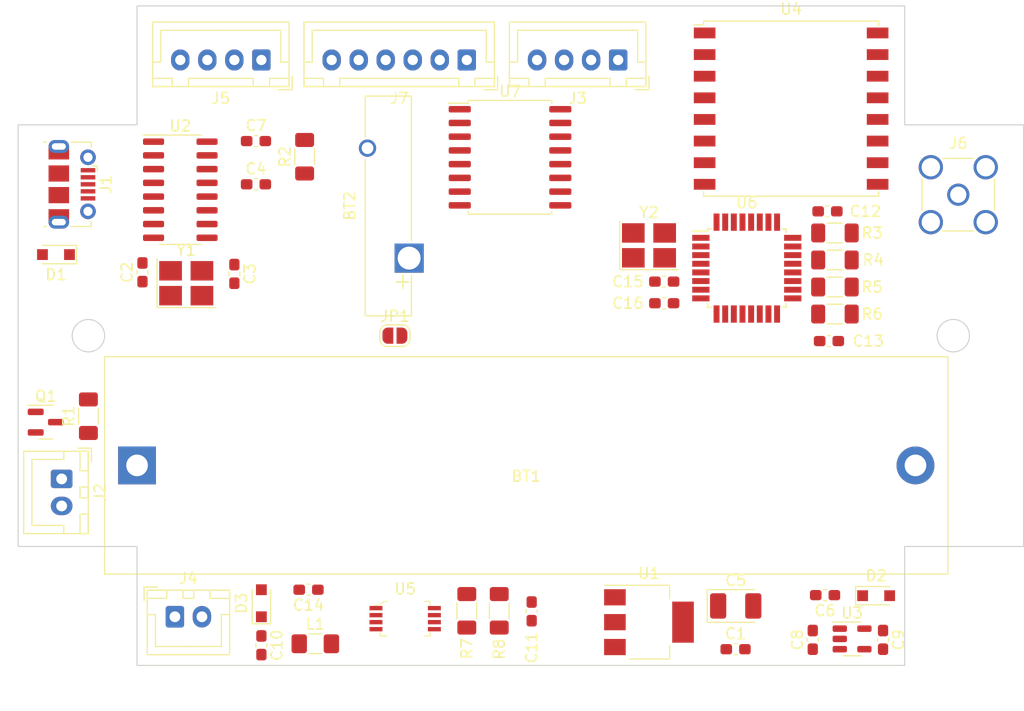
<source format=kicad_pcb>
(kicad_pcb (version 20211014) (generator pcbnew)
  (layers (0 "F.Cu" signal) (31 "B.Cu" signal) (34 "B.Paste" user) (35 "F.Paste" user) (36 "B.SilkS" user "B.Silkscreen") (37 "F.SilkS" user "F.Silkscreen") (38 "B.Mask" user) (39 "F.Mask" user) (44 "Edge.Cuts" user))
  (net 0 "")
  (net 1 "+5V")
  (net 2 "Earth")
  (net 3 "Net-(C2-Pad1)")
  (net 4 "Net-(C3-Pad1)")
  (net 5 "+3V3")
  (net 6 "Net-(D1-Pad2)")
  (net 7 "USB-D-")
  (net 8 "USB-D+")
  (net 10 "Net-(J2-Pad2)")
  (net 11 "Net-(J6-Pad1)")
  (net 12 "Net-(Q1-Pad1)")
  (net 13 "DTR")
  (net 19 "Lora_DIO0")
  (net 20 "Lora_RST")
  (net 21 "Lora_DIO1")
  (net 22 "Lora_SCK")
  (net 27 "Lora_MISO")
  (net 28 "Lora_MOSI")
  (net 29 "Lora_NSS")
  (net 30 "+BATT")
  (net 31 "Net-(BT2-Pad1)")
  (net 32 "AT-RST")
  (net 33 "Net-(C8-Pad1)")
  (net 34 "+3.3VA")
  (net 35 "Net-(C11-Pad1)")
  (net 36 "Net-(C12-Pad1)")
  (net 37 "Net-(C13-Pad1)")
  (net 38 "Net-(C15-Pad1)")
  (net 39 "Net-(C16-Pad1)")
  (net 40 "Net-(D3-Pad2)")
  (net 41 "SCL")
  (net 42 "SDA")
  (net 43 "TX")
  (net 44 "RX")
  (net 45 "SPI_SS")
  (net 46 "Net-(L1-Pad2)")
  (net 48 "DO_POWERON")
  (net 51 "CLOCK_INT")
  (footprint "Package_SO:SOIC-16_3.9x9.9mm_P1.27mm" (layer "F.Cu") (at 129 43)
    (fp_text reference "U2" (at 0 -5.9) (layer "F.SilkS"))
    (fp_text value "CH340G")
    (pad "1" smd roundrect (at -2.475 -4.445) (size 1.95 0.6) (layers "F.Cu" "F.Paste" "F.Mask") (net 2 "Earth"))
    (pad "2" smd roundrect (at -2.475 -3.175) (size 1.95 0.6) (layers "F.Cu" "F.Paste" "F.Mask") (net 44 "RX"))
    (pad "3" smd roundrect (at -2.475 -1.905) (size 1.95 0.6) (layers "F.Cu" "F.Paste" "F.Mask") (net 43 "TX"))
    (pad "4" smd roundrect (at -2.475 -0.635) (size 1.95 0.6) (layers "F.Cu" "F.Paste" "F.Mask") (net 5 "+3V3"))
    (pad "5" smd roundrect (at -2.475 0.635) (size 1.95 0.6) (layers "F.Cu" "F.Paste" "F.Mask") (net 8 "USB-D+"))
    (pad "6" smd roundrect (at -2.475 1.905) (size 1.95 0.6) (layers "F.Cu" "F.Paste" "F.Mask") (net 7 "USB-D-"))
    (pad "7" smd roundrect (at -2.475 3.175) (size 1.95 0.6) (layers "F.Cu" "F.Paste" "F.Mask") (net 3 "Net-(C2-Pad1)"))
    (pad "8" smd roundrect (at -2.475 4.445) (size 1.95 0.6) (layers "F.Cu" "F.Paste" "F.Mask") (net 4 "Net-(C3-Pad1)"))
    (pad "9" smd roundrect (at 2.475 4.445) (size 1.95 0.6) (layers "F.Cu" "F.Paste" "F.Mask"))
    (pad "10" smd roundrect (at 2.475 3.175) (size 1.95 0.6) (layers "F.Cu" "F.Paste" "F.Mask"))
    (pad "11" smd roundrect (at 2.475 1.905) (size 1.95 0.6) (layers "F.Cu" "F.Paste" "F.Mask"))
    (pad "12" smd roundrect (at 2.475 0.635) (size 1.95 0.6) (layers "F.Cu" "F.Paste" "F.Mask"))
    (pad "13" smd roundrect (at 2.475 -0.635) (size 1.95 0.6) (layers "F.Cu" "F.Paste" "F.Mask") (net 13 "DTR"))
    (pad "14" smd roundrect (at 2.475 -1.905) (size 1.95 0.6) (layers "F.Cu" "F.Paste" "F.Mask"))
    (pad "15" smd roundrect (at 2.475 -3.175) (size 1.95 0.6) (layers "F.Cu" "F.Paste" "F.Mask"))
    (pad "16" smd roundrect (at 2.475 -4.445) (size 1.95 0.6) (layers "F.Cu" "F.Paste" "F.Mask") (net 5 "+3V3"))
  )
  (footprint "Resistor_SMD:R_1206_3216Metric_Pad1.30x1.75mm_HandSolder" (layer "F.Cu") (at 158.5 81.95 90)
    (fp_text reference "R8" (at -3.55 0 90) (layer "F.SilkS"))
    (fp_text value "430k, 0,1%")
    (pad "1" smd roundrect (at -1.55 0 90) (size 1.3 1.75) (layers "F.Cu" "F.Paste" "F.Mask") (roundrect_rratio 0.192308) (net 35 "Net-(C11-Pad1)"))
    (pad "2" smd roundrect (at 1.55 0 90) (size 1.3 1.75) (layers "F.Cu" "F.Paste" "F.Mask") (roundrect_rratio 0.192308) (net 2 "Earth"))
  )
  (footprint "Connector_JST:JST_XH_B2B-XH-A_1x02_P2.50mm_Vertical" (layer "F.Cu") (at 128.5 82.5)
    (fp_text reference "J4" (at 1.25 -3.55) (layer "F.SilkS"))
    (fp_text value "Solar")
    (pad "1" thru_hole roundrect (at 0 0) (size 1.7 2) (drill 1) (layers *.Cu *.Mask) (roundrect_rratio 0.147059) (net 2 "Earth"))
    (pad "2" thru_hole oval (at 2.5 0) (size 1.7 2) (drill 1) (layers *.Cu *.Mask) (net 40 "Net-(D3-Pad2)"))
  )
  (footprint "Connector_JST:JST_XH_B6B-XH-A_1x06_P2.50mm_Vertical" (layer "F.Cu") (at 155.5 31 180)
    (fp_text reference "J7" (at 6.25 -3.55) (layer "F.SilkS"))
    (fp_text value "Conn_01x06")
    (pad "1" thru_hole roundrect (at 0 0 180) (size 1.7 1.95) (drill 0.95) (layers *.Cu *.Mask) (roundrect_rratio 0.147059) (net 45 "SPI_SS"))
    (pad "2" thru_hole oval (at 2.5 0 180) (size 1.7 1.95) (drill 0.95) (layers *.Cu *.Mask) (net 22 "Lora_SCK"))
    (pad "3" thru_hole oval (at 5 0 180) (size 1.7 1.95) (drill 0.95) (layers *.Cu *.Mask) (net 28 "Lora_MOSI"))
    (pad "4" thru_hole oval (at 7.5 0 180) (size 1.7 1.95) (drill 0.95) (layers *.Cu *.Mask) (net 27 "Lora_MISO"))
    (pad "5" thru_hole oval (at 10 0 180) (size 1.7 1.95) (drill 0.95) (layers *.Cu *.Mask) (net 2 "Earth"))
    (pad "6" thru_hole oval (at 12.5 0 180) (size 1.7 1.95) (drill 0.95) (layers *.Cu *.Mask) (net 34 "+3.3VA"))
  )
  (footprint "Connector_JST:JST_XH_B4B-XH-A_1x04_P2.50mm_Vertical" (layer "F.Cu") (at 136.5 31 180)
    (fp_text reference "J5" (at 3.75 -3.55) (layer "F.SilkS"))
    (fp_text value "RXTX+Power")
    (pad "1" thru_hole roundrect (at 0 0 180) (size 1.7 1.95) (drill 0.95) (layers *.Cu *.Mask) (roundrect_rratio 0.147059) (net 43 "TX"))
    (pad "2" thru_hole oval (at 2.5 0 180) (size 1.7 1.95) (drill 0.95) (layers *.Cu *.Mask) (net 44 "RX"))
    (pad "3" thru_hole oval (at 5 0 180) (size 1.7 1.95) (drill 0.95) (layers *.Cu *.Mask) (net 2 "Earth"))
    (pad "4" thru_hole oval (at 7.5 0 180) (size 1.7 1.95) (drill 0.95) (layers *.Cu *.Mask) (net 34 "+3.3VA"))
  )
  (footprint "Capacitor_SMD:C_0603_1608Metric_Pad1.08x0.95mm_HandSolder" (layer "F.Cu") (at 188.6375 80.5 180)
    (fp_text reference "C6" (at 0 -1.43) (layer "F.SilkS"))
    (fp_text value "1uF 10V X5R")
    (pad "1" smd roundrect (at -0.8625 0 180) (size 1.075 0.95) (layers "F.Cu" "F.Paste" "F.Mask") (net 30 "+BATT"))
    (pad "2" smd roundrect (at 0.8625 0 180) (size 1.075 0.95) (layers "F.Cu" "F.Paste" "F.Mask") (net 2 "Earth"))
  )
  (footprint "Package_TO_SOT_SMD:SOT-223-3_TabPin2" (layer "F.Cu") (at 172.35 83)
    (fp_text reference "U1" (at 0 -4.5) (layer "F.SilkS"))
    (fp_text value "AP1117-33")
    (pad "1" smd rect (at -3.15 -2.3) (size 2 1.5) (layers "F.Cu" "F.Paste" "F.Mask") (net 2 "Earth"))
    (pad "2" smd rect (at -3.15 0) (size 2 1.5) (layers "F.Cu" "F.Paste" "F.Mask") (net 5 "+3V3"))
    (pad "2" smd rect (at 3.15 0) (size 2 3.8) (layers "F.Cu" "F.Paste" "F.Mask") (net 5 "+3V3"))
    (pad "3" smd rect (at -3.15 2.3) (size 2 1.5) (layers "F.Cu" "F.Paste" "F.Mask") (net 30 "+BATT"))
  )
  (footprint "Capacitor_SMD:C_0603_1608Metric_Pad1.08x0.95mm_HandSolder" (layer "F.Cu") (at 187.5 84.6375 90)
    (fp_text reference "C8" (at 0 -1.43 90) (layer "F.SilkS"))
    (fp_text value "10nF 10V X5R")
    (pad "1" smd roundrect (at -0.8625 0 90) (size 1.075 0.95) (layers "F.Cu" "F.Paste" "F.Mask") (net 33 "Net-(C8-Pad1)"))
    (pad "2" smd roundrect (at 0.8625 0 90) (size 1.075 0.95) (layers "F.Cu" "F.Paste" "F.Mask") (net 2 "Earth"))
  )
  (footprint "Connector_USB:USB_Micro-B_Molex-105017-0001" (layer "F.Cu") (at 119 42.5 -90)
    (fp_text reference "J1" (at 0 -3.1125 90) (layer "F.SilkS"))
    (fp_text value "USB_B_Micro")
    (pad "1" smd rect (at -1.3 -1.4625 270) (size 0.4 1.35) (layers "F.Cu" "F.Paste" "F.Mask") (net 6 "Net-(D1-Pad2)"))
    (pad "2" smd rect (at -0.65 -1.4625 270) (size 0.4 1.35) (layers "F.Cu" "F.Paste" "F.Mask") (net 7 "USB-D-"))
    (pad "3" smd rect (at 0 -1.4625 270) (size 0.4 1.35) (layers "F.Cu" "F.Paste" "F.Mask") (net 8 "USB-D+"))
    (pad "4" smd rect (at 0.65 -1.4625 270) (size 0.4 1.35) (layers "F.Cu" "F.Paste" "F.Mask"))
    (pad "5" smd rect (at 1.3 -1.4625 270) (size 0.4 1.35) (layers "F.Cu" "F.Paste" "F.Mask") (net 2 "Earth"))
    (pad "6" smd rect (at -1 1.2375 270) (size 1.5 1.9) (layers "F.Cu" "F.Paste" "F.Mask") (net 2 "Earth"))
    (pad "6" thru_hole oval (at -3.5 1.2375 90) (size 1.2 1.9) (drill oval 0.6 1.3) (layers *.Cu *.Mask) (net 2 "Earth"))
    (pad "6" smd rect (at 2.9 1.2375 270) (size 1.2 1.9) (layers "F.Cu" "F.Mask") (net 2 "Earth"))
    (pad "6" smd rect (at 1 1.2375 270) (size 1.5 1.9) (layers "F.Cu" "F.Paste" "F.Mask") (net 2 "Earth"))
    (pad "6" smd rect (at -2.9 1.2375 270) (size 1.2 1.9) (layers "F.Cu" "F.Mask") (net 2 "Earth"))
    (pad "6" thru_hole circle (at 2.5 -1.4625 270) (size 1.45 1.45) (drill 0.85) (layers *.Cu *.Mask) (net 2 "Earth"))
    (pad "6" thru_hole oval (at 3.5 1.2375 270) (size 1.2 1.9) (drill oval 0.6 1.3) (layers *.Cu *.Mask) (net 2 "Earth"))
    (pad "6" thru_hole circle (at -2.5 -1.4625 270) (size 1.45 1.45) (drill 0.85) (layers *.Cu *.Mask) (net 2 "Earth"))
  )
  (footprint "Package_TO_SOT_SMD:SOT-23" (layer "F.Cu") (at 116.5625 64.5)
    (fp_text reference "Q1" (at 0 -2.4) (layer "F.SilkS"))
    (fp_text value "IRLML5203")
    (pad "1" smd roundrect (at -0.9375 -0.95) (size 1.475 0.6) (layers "F.Cu" "F.Paste" "F.Mask") (net 12 "Net-(Q1-Pad1)"))
    (pad "2" smd roundrect (at -0.9375 0.95) (size 1.475 0.6) (layers "F.Cu" "F.Paste" "F.Mask") (net 1 "+5V"))
    (pad "3" smd roundrect (at 0.9375 0) (size 1.475 0.6) (layers "F.Cu" "F.Paste" "F.Mask") (net 10 "Net-(J2-Pad2)"))
  )
  (footprint "Package_SO:SOIC-16W_7.5x10.3mm_P1.27mm" (layer "F.Cu") (at 159.5 40)
    (fp_text reference "U7" (at 0 -6.1) (layer "F.SilkS"))
    (fp_text value "DS3231M")
    (pad "1" smd roundrect (at -4.65 -4.445) (size 2.05 0.6) (layers "F.Cu" "F.Paste" "F.Mask"))
    (pad "2" smd roundrect (at -4.65 -3.175) (size 2.05 0.6) (layers "F.Cu" "F.Paste" "F.Mask") (net 34 "+3.3VA"))
    (pad "3" smd roundrect (at -4.65 -1.905) (size 2.05 0.6) (layers "F.Cu" "F.Paste" "F.Mask") (net 51 "CLOCK_INT"))
    (pad "4" smd roundrect (at -4.65 -0.635) (size 2.05 0.6) (layers "F.Cu" "F.Paste" "F.Mask"))
    (pad "5" smd roundrect (at -4.65 0.635) (size 2.05 0.6) (layers "F.Cu" "F.Paste" "F.Mask") (net 2 "Earth"))
    (pad "6" smd roundrect (at -4.65 1.905) (size 2.05 0.6) (layers "F.Cu" "F.Paste" "F.Mask") (net 2 "Earth"))
    (pad "7" smd roundrect (at -4.65 3.175) (size 2.05 0.6) (layers "F.Cu" "F.Paste" "F.Mask") (net 2 "Earth"))
    (pad "8" smd roundrect (at -4.65 4.445) (size 2.05 0.6) (layers "F.Cu" "F.Paste" "F.Mask") (net 2 "Earth"))
    (pad "9" smd roundrect (at 4.65 4.445) (size 2.05 0.6) (layers "F.Cu" "F.Paste" "F.Mask") (net 2 "Earth"))
    (pad "10" smd roundrect (at 4.65 3.175) (size 2.05 0.6) (layers "F.Cu" "F.Paste" "F.Mask") (net 2 "Earth"))
    (pad "11" smd roundrect (at 4.65 1.905) (size 2.05 0.6) (layers "F.Cu" "F.Paste" "F.Mask") (net 2 "Earth"))
    (pad "12" smd roundrect (at 4.65 0.635) (size 2.05 0.6) (layers "F.Cu" "F.Paste" "F.Mask") (net 2 "Earth"))
    (pad "13" smd roundrect (at 4.65 -0.635) (size 2.05 0.6) (layers "F.Cu" "F.Paste" "F.Mask") (net 2 "Earth"))
    (pad "14" smd roundrect (at 4.65 -1.905) (size 2.05 0.6) (layers "F.Cu" "F.Paste" "F.Mask") (net 31 "Net-(BT2-Pad1)"))
    (pad "15" smd roundrect (at 4.65 -3.175) (size 2.05 0.6) (layers "F.Cu" "F.Paste" "F.Mask") (net 42 "SDA"))
    (pad "16" smd roundrect (at 4.65 -4.445) (size 2.05 0.6) (layers "F.Cu" "F.Paste" "F.Mask") (net 41 "SCL"))
  )
  (footprint "Capacitor_SMD:C_0603_1608Metric_Pad1.08x0.95mm_HandSolder" (layer "F.Cu") (at 194 84.6375 -90)
    (fp_text reference "C9" (at 0 -1.43 90) (layer "F.SilkS"))
    (fp_text value "2.2uF 10V X5R")
    (pad "1" smd roundrect (at -0.8625 0 270) (size 1.075 0.95) (layers "F.Cu" "F.Paste" "F.Mask") (net 34 "+3.3VA"))
    (pad "2" smd roundrect (at 0.8625 0 270) (size 1.075 0.95) (layers "F.Cu" "F.Paste" "F.Mask") (net 2 "Earth"))
  )
  (footprint "Package_TO_SOT_SMD:SOT-23-5" (layer "F.Cu") (at 191.1375 84.55)
    (fp_text reference "U3" (at 0 -2.4) (layer "F.SilkS"))
    (fp_text value "LP2985-3.3")
    (pad "1" smd roundrect (at -1.1375 -0.95) (size 1.325 0.6) (layers "F.Cu" "F.Paste" "F.Mask") (net 30 "+BATT"))
    (pad "2" smd roundrect (at -1.1375 0) (size 1.325 0.6) (layers "F.Cu" "F.Paste" "F.Mask") (net 2 "Earth"))
    (pad "3" smd roundrect (at -1.1375 0.95) (size 1.325 0.6) (layers "F.Cu" "F.Paste" "F.Mask") (net 48 "DO_POWERON"))
    (pad "4" smd roundrect (at 1.1375 0.95) (size 1.325 0.6) (layers "F.Cu" "F.Paste" "F.Mask") (net 33 "Net-(C8-Pad1)"))
    (pad "5" smd roundrect (at 1.1375 -0.95) (size 1.325 0.6) (layers "F.Cu" "F.Paste" "F.Mask") (net 34 "+3.3VA"))
  )
  (footprint "Package_QFP:TQFP-32_7x7mm_P0.8mm" (layer "F.Cu") (at 181.4 50.25)
    (fp_text reference "U6" (at 0 -6.05) (layer "F.SilkS"))
    (fp_text value "ATmega328P-A")
    (pad "1" smd rect (at -4.25 -2.8) (size 1.6 0.55) (layers "F.Cu" "F.Paste" "F.Mask"))
    (pad "2" smd rect (at -4.25 -2) (size 1.6 0.55) (layers "F.Cu" "F.Paste" "F.Mask"))
    (pad "3" smd rect (at -4.25 -1.2) (size 1.6 0.55) (layers "F.Cu" "F.Paste" "F.Mask") (net 2 "Earth"))
    (pad "4" smd rect (at -4.25 -0.4) (size 1.6 0.55) (layers "F.Cu" "F.Paste" "F.Mask") (net 5 "+3V3"))
    (pad "5" smd rect (at -4.25 0.4) (size 1.6 0.55) (layers "F.Cu" "F.Paste" "F.Mask") (net 2 "Earth"))
    (pad "6" smd rect (at -4.25 1.2) (size 1.6 0.55) (layers "F.Cu" "F.Paste" "F.Mask") (net 5 "+3V3"))
    (pad "7" smd rect (at -4.25 2) (size 1.6 0.55) (layers "F.Cu" "F.Paste" "F.Mask") (net 38 "Net-(C15-Pad1)"))
    (pad "8" smd rect (at -4.25 2.8) (size 1.6 0.55) (layers "F.Cu" "F.Paste" "F.Mask") (net 39 "Net-(C16-Pad1)"))
    (pad "9" smd rect (at -2.8 4.25 90) (size 1.6 0.55) (layers "F.Cu" "F.Paste" "F.Mask") (net 48 "DO_POWERON"))
    (pad "10" smd rect (at -2 4.25 90) (size 1.6 0.55) (layers "F.Cu" "F.Paste" "F.Mask") (net 51 "CLOCK_INT"))
    (pad "11" smd rect (at -1.2 4.25 90) (size 1.6 0.55) (layers "F.Cu" "F.Paste" "F.Mask"))
    (pad "12" smd rect (at -0.4 4.25 90) (size 1.6 0.55) (layers "F.Cu" "F.Paste" "F.Mask") (net 19 "Lora_DIO0"))
    (pad "13" smd rect (at 0.4 4.25 90) (size 1.6 0.55) (layers "F.Cu" "F.Paste" "F.Mask") (net 20 "Lora_RST"))
    (pad "14" smd rect (at 1.2 4.25 90) (size 1.6 0.55) (layers "F.Cu" "F.Paste" "F.Mask") (net 29 "Lora_NSS"))
    (pad "15" smd rect (at 2 4.25 90) (size 1.6 0.55) (layers "F.Cu" "F.Paste" "F.Mask") (net 28 "Lora_MOSI"))
    (pad "16" smd rect (at 2.8 4.25 90) (size 1.6 0.55) (layers "F.Cu" "F.Paste" "F.Mask") (net 27 "Lora_MISO"))
    (pad "17" smd rect (at 4.25 2.8) (size 1.6 0.55) (layers "F.Cu" "F.Paste" "F.Mask") (net 22 "Lora_SCK"))
    (pad "18" smd rect (at 4.25 2) (size 1.6 0.55) (layers "F.Cu" "F.Paste" "F.Mask") (net 5 "+3V3"))
    (pad "19" smd rect (at 4.25 1.2) (size 1.6 0.55) (layers "F.Cu" "F.Paste" "F.Mask") (net 37 "Net-(C13-Pad1)"))
    (pad "20" smd rect (at 4.25 0.4) (size 1.6 0.55) (layers "F.Cu" "F.Paste" "F.Mask") (net 5 "+3V3"))
    (pad "21" smd rect (at 4.25 -0.4) (size 1.6 0.55) (layers "F.Cu" "F.Paste" "F.Mask") (net 2 "Earth"))
    (pad "22" smd rect (at 4.25 -1.2) (size 1.6 0.55) (layers "F.Cu" "F.Paste" "F.Mask") (net 36 "Net-(C12-Pad1)"))
    (pad "23" smd rect (at 4.25 -2) (size 1.6 0.55) (layers "F.Cu" "F.Paste" "F.Mask") (net 45 "SPI_SS"))
    (pad "24" smd rect (at 4.25 -2.8) (size 1.6 0.55) (layers "F.Cu" "F.Paste" "F.Mask") (net 21 "Lora_DIO1"))
    (pad "25" smd rect (at 2.8 -4.25 90) (size 1.6 0.55) (layers "F.Cu" "F.Paste" "F.Mask"))
    (pad "26" smd rect (at 2 -4.25 90) (size 1.6 0.55) (layers "F.Cu" "F.Paste" "F.Mask"))
    (pad "27" smd rect (at 1.2 -4.25 90) (size 1.6 0.55) (layers "F.Cu" "F.Paste" "F.Mask") (net 42 "SDA"))
    (pad "28" smd rect (at 0.4 -4.25 90) (size 1.6 0.55) (layers "F.Cu" "F.Paste" "F.Mask") (net 41 "SCL"))
    (pad "29" smd rect (at -0.4 -4.25 90) (size 1.6 0.55) (layers "F.Cu" "F.Paste" "F.Mask") (net 32 "AT-RST"))
    (pad "30" smd rect (at -1.2 -4.25 90) (size 1.6 0.55) (layers "F.Cu" "F.Paste" "F.Mask") (net 44 "RX"))
    (pad "31" smd rect (at -2 -4.25 90) (size 1.6 0.55) (layers "F.Cu" "F.Paste" "F.Mask") (net 43 "TX"))
    (pad "32" smd rect (at -2.8 -4.25 90) (size 1.6 0.55) (layers "F.Cu" "F.Paste" "F.Mask"))
  )
  (footprint "Resistor_SMD:R_1206_3216Metric_Pad1.30x1.75mm_HandSolder" (layer "F.Cu") (at 140.5 39.95 90)
    (fp_text reference "R2" (at 0 -1.82 90) (layer "F.SilkS"))
    (fp_text value "100k")
    (pad "1" smd roundrect (at -1.55 0 90) (size 1.3 1.75) (layers "F.Cu" "F.Paste" "F.Mask") (roundrect_rratio 0.192308) (net 5 "+3V3"))
    (pad "2" smd roundrect (at 1.55 0 90) (size 1.3 1.75) (layers "F.Cu" "F.Paste" "F.Mask") (roundrect_rratio 0.192308) (net 32 "AT-RST"))
  )
  (footprint "Capacitor_Tantalum_SMD:CP_EIA-3528-15_AVX-H_Pad1.50x2.35mm_HandSolder" (layer "F.Cu") (at 180.375 81.5)
    (fp_text reference "C5" (at 0 -2.35) (layer "F.SilkS"))
    (fp_text value "10nF 6.3V Ta")
    (pad "1" smd roundrect (at -1.625 0) (size 1.5 2.35) (layers "F.Cu" "F.Paste" "F.Mask") (roundrect_rratio 0.166667) (net 5 "+3V3"))
    (pad "2" smd roundrect (at 1.625 0) (size 1.5 2.35) (layers "F.Cu" "F.Paste" "F.Mask") (roundrect_rratio 0.166667) (net 2 "Earth"))
  )
  (footprint "Capacitor_SMD:C_0603_1608Metric_Pad1.08x0.95mm_HandSolder" (layer "F.Cu") (at 173.7625 51.5 180)
    (fp_text reference "C15" (at 3.3625 0) (layer "F.SilkS"))
    (fp_text value "22pF 50V C0G")
    (pad "1" smd roundrect (at -0.8625 0 180) (size 1.075 0.95) (layers "F.Cu" "F.Paste" "F.Mask") (net 38 "Net-(C15-Pad1)"))
    (pad "2" smd roundrect (at 0.8625 0 180) (size 1.075 0.95) (layers "F.Cu" "F.Paste" "F.Mask") (net 2 "Earth"))
  )
  (footprint "Capacitor_SMD:C_0603_1608Metric_Pad1.08x0.95mm_HandSolder" (layer "F.Cu") (at 134 50.7875 -90)
    (fp_text reference "C3" (at 0 -1.43 90) (layer "F.SilkS"))
    (fp_text value "22pF 50V C0G")
    (pad "1" smd roundrect (at -0.8625 0 270) (size 1.075 0.95) (layers "F.Cu" "F.Paste" "F.Mask") (net 4 "Net-(C3-Pad1)"))
    (pad "2" smd roundrect (at 0.8625 0 270) (size 1.075 0.95) (layers "F.Cu" "F.Paste" "F.Mask") (net 2 "Earth"))
  )
  (footprint "Resistor_SMD:R_1206_3216Metric_Pad1.30x1.75mm_HandSolder" (layer "F.Cu") (at 189.55 49.5)
    (fp_text reference "R4" (at 3.55 0) (layer "F.SilkS"))
    (fp_text value "430k")
    (pad "1" smd roundrect (at -1.55 0) (size 1.3 1.75) (layers "F.Cu" "F.Paste" "F.Mask") (roundrect_rratio 0.192308) (net 36 "Net-(C12-Pad1)"))
    (pad "2" smd roundrect (at 1.55 0) (size 1.3 1.75) (layers "F.Cu" "F.Paste" "F.Mask") (roundrect_rratio 0.192308) (net 2 "Earth"))
  )
  (footprint "Resistor_SMD:R_1206_3216Metric_Pad1.30x1.75mm_HandSolder" (layer "F.Cu") (at 155.5 81.95 -90)
    (fp_text reference "R7" (at 3.5 0 90) (layer "F.SilkS"))
    (fp_text value "1M, 0.1%")
    (pad "1" smd roundrect (at -1.55 0 270) (size 1.3 1.75) (layers "F.Cu" "F.Paste" "F.Mask") (roundrect_rratio 0.192308) (net 30 "+BATT"))
    (pad "2" smd roundrect (at 1.55 0 270) (size 1.3 1.75) (layers "F.Cu" "F.Paste" "F.Mask") (roundrect_rratio 0.192308) (net 35 "Net-(C11-Pad1)"))
  )
  (footprint "Connector_JST:JST_XH_B4B-XH-A_1x04_P2.50mm_Vertical" (layer "F.Cu") (at 169.5 31 180)
    (fp_text reference "J3" (at 3.75 -3.55) (layer "F.SilkS"))
    (fp_text value "AIO/I2C")
    (pad "1" thru_hole roundrect (at 0 0 180) (size 1.7 1.95) (drill 0.95) (layers *.Cu *.Mask) (roundrect_rratio 0.147059) (net 41 "SCL"))
    (pad "2" thru_hole oval (at 2.5 0 180) (size 1.7 1.95) (drill 0.95) (layers *.Cu *.Mask) (net 42 "SDA"))
    (pad "3" thru_hole oval (at 5 0 180) (size 1.7 1.95) (drill 0.95) (layers *.Cu *.Mask) (net 2 "Earth"))
    (pad "4" thru_hole oval (at 7.5 0 180) (size 1.7 1.95) (drill 0.95) (layers *.Cu *.Mask) (net 34 "+3.3VA"))
  )
  (footprint "Resistor_SMD:R_1206_3216Metric_Pad1.30x1.75mm_HandSolder" (layer "F.Cu") (at 120.5 63.95 90)
    (fp_text reference "R1" (at 0 -1.82 90) (layer "F.SilkS"))
    (fp_text value "100k")
    (pad "1" smd roundrect (at -1.55 0 90) (size 1.3 1.75) (layers "F.Cu" "F.Paste" "F.Mask") (roundrect_rratio 0.192308) (net 2 "Earth"))
    (pad "2" smd roundrect (at 1.55 0 90) (size 1.3 1.75) (layers "F.Cu" "F.Paste" "F.Mask") (roundrect_rratio 0.192308) (net 12 "Net-(Q1-Pad1)"))
  )
  (footprint "Resistor_SMD:R_1206_3216Metric_Pad1.30x1.75mm_HandSolder" (layer "F.Cu") (at 189.55 47 180)
    (fp_text reference "R3" (at -3.45 0) (layer "F.SilkS"))
    (fp_text value "1M")
    (pad "1" smd roundrect (at -1.55 0 180) (size 1.3 1.75) (layers "F.Cu" "F.Paste" "F.Mask") (roundrect_rratio 0.192308) (net 30 "+BATT"))
    (pad "2" smd roundrect (at 1.55 0 180) (size 1.3 1.75) (layers "F.Cu" "F.Paste" "F.Mask") (roundrect_rratio 0.192308) (net 36 "Net-(C12-Pad1)"))
  )
  (footprint "Capacitor_SMD:C_0603_1608Metric_Pad1.08x0.95mm_HandSolder" (layer "F.Cu") (at 180.3625 85.5)
    (fp_text reference "C1" (at 0 -1.43) (layer "F.SilkS"))
    (fp_text value "10uF 10V X5R")
    (pad "1" smd roundrect (at -0.8625 0) (size 1.075 0.95) (layers "F.Cu" "F.Paste" "F.Mask") (net 30 "+BATT"))
    (pad "2" smd roundrect (at 0.8625 0) (size 1.075 0.95) (layers "F.Cu" "F.Paste" "F.Mask") (net 2 "Earth"))
  )
  (footprint "Capacitor_SMD:C_0603_1608Metric_Pad1.08x0.95mm_HandSolder" (layer "F.Cu") (at 161.5 82 90)
    (fp_text reference "C11" (at -3.3625 0 90) (layer "F.SilkS"))
    (fp_text value "1nF, NPO")
    (pad "1" smd roundrect (at -0.8625 0 90) (size 1.075 0.95) (layers "F.Cu" "F.Paste" "F.Mask") (net 35 "Net-(C11-Pad1)"))
    (pad "2" smd roundrect (at 0.8625 0 90) (size 1.075 0.95) (layers "F.Cu" "F.Paste" "F.Mask") (net 2 "Earth"))
  )
  (footprint "Diode_SMD:D_SOD-323_HandSoldering" (layer "F.Cu") (at 136.5 81.25 90)
    (fp_text reference "D3" (at 0 -1.85 90) (layer "F.SilkS"))
    (fp_text value "B5817WS-TP")
    (pad "1" smd rect (at -1.25 0 90) (size 1 1) (layers "F.Cu" "F.Paste" "F.Mask") (net 1 "+5V"))
    (pad "2" smd rect (at 1.25 0 90) (size 1 1) (layers "F.Cu" "F.Paste" "F.Mask") (net 40 "Net-(D3-Pad2)"))
  )
  (footprint "digikey-footprints:TSSOP-8_W4.4mm" (layer "F.Cu") (at 149.8 82.675)
    (fp_text reference "U5" (at 0 -2.75) (layer "F.SilkS"))
    (fp_text value "SPV1040TTR")
    (pad "1" smd rect locked (at -2.7 -0.975) (size 1.2 0.4) (layers "F.Cu" "F.Paste" "F.Mask") (net 1 "+5V"))
    (pad "2" smd rect locked (at -2.7 -0.325) (size 1.2 0.4) (layers "F.Cu" "F.Paste" "F.Mask") (net 2 "Earth"))
    (pad "3" smd rect locked (at -2.7 0.325) (size 1.2 0.4) (layers "F.Cu" "F.Paste" "F.Mask") (net 46 "Net-(L1-Pad2)"))
    (pad "4" smd rect locked (at -2.7 0.975) (size 1.2 0.4) (layers "F.Cu" "F.Paste" "F.Mask") (net 30 "+BATT"))
    (pad "5" smd rect locked (at 2.7 0.975) (size 1.2 0.4) (layers "F.Cu" "F.Paste" "F.Mask") (net 35 "Net-(C11-Pad1)"))
    (pad "6" smd rect locked (at 2.7 0.325) (size 1.2 0.4) (layers "F.Cu" "F.Paste" "F.Mask") (net 30 "+BATT"))
    (pad "7" smd rect locked (at 2.7 -0.325) (size 1.2 0.4) (layers "F.Cu" "F.Paste" "F.Mask") (net 30 "+BATT"))
    (pad "8" smd rect locked (at 2.7 -0.975) (size 1.2 0.4) (layers "F.Cu" "F.Paste" "F.Mask") (net 1 "+5V"))
  )
  (footprint "Connector_JST:JST_XH_B2B-XH-A_1x02_P2.50mm_Vertical" (layer "F.Cu") (at 118.025 69.75 -90)
    (fp_text reference "J2" (at 1.25 -3.55 90) (layer "F.SilkS"))
    (fp_text value "External Power")
    (pad "1" thru_hole roundrect (at 0 0 270) (size 1.7 2) (drill 1) (layers *.Cu *.Mask) (roundrect_rratio 0.147059) (net 2 "Earth"))
    (pad "2" thru_hole oval (at 2.5 0 270) (size 1.7 2) (drill 1) (layers *.Cu *.Mask) (net 10 "Net-(J2-Pad2)"))
  )
  (footprint "Crystal:Crystal_SMD_3225-4Pin_3.2x2.5mm_HandSoldering" (layer "F.Cu") (at 172.35 48.15)
    (fp_text reference "Y2" (at 0 -3.05) (layer "F.SilkS"))
    (fp_text value "8MHz")
    (pad "1" smd rect (at -1.45 1.15) (size 2.1 1.8) (layers "F.Cu" "F.Paste" "F.Mask") (net 38 "Net-(C15-Pad1)"))
    (pad "2" smd rect (at 1.45 1.15) (size 2.1 1.8) (layers "F.Cu" "F.Paste" "F.Mask") (net 2 "Earth"))
    (pad "3" smd rect (at 1.45 -1.15) (size 2.1 1.8) (layers "F.Cu" "F.Paste" "F.Mask") (net 39 "Net-(C16-Pad1)"))
    (pad "4" smd rect (at -1.45 -1.15) (size 2.1 1.8) (layers "F.Cu" "F.Paste" "F.Mask") (net 2 "Earth"))
  )
  (footprint "Capacitor_SMD:C_0603_1608Metric_Pad1.08x0.95mm_HandSolder" (layer "F.Cu") (at 189 57)
    (fp_text reference "C13" (at 3.6375 0) (layer "F.SilkS"))
    (fp_text value "2.2uF 10V X5R")
    (pad "1" smd roundrect (at -0.8625 0) (size 1.075 0.95) (layers "F.Cu" "F.Paste" "F.Mask") (net 37 "Net-(C13-Pad1)"))
    (pad "2" smd roundrect (at 0.8625 0) (size 1.075 0.95) (layers "F.Cu" "F.Paste" "F.Mask") (net 2 "Earth"))
  )
  (footprint "Capacitor_SMD:C_0603_1608Metric_Pad1.08x0.95mm_HandSolder" (layer "F.Cu") (at 136 38.5)
    (fp_text reference "C7" (at 0 -1.43) (layer "F.SilkS"))
    (fp_text value "100nF")
    (pad "1" smd roundrect (at -0.8625 0) (size 1.075 0.95) (layers "F.Cu" "F.Paste" "F.Mask") (net 13 "DTR"))
    (pad "2" smd roundrect (at 0.8625 0) (size 1.075 0.95) (layers "F.Cu" "F.Paste" "F.Mask") (net 32 "AT-RST"))
  )
  (footprint "RF_Module:HOPERF_RFM9XW_SMD" (layer "F.Cu") (at 185.5 35.5)
    (fp_text reference "U4" (at 0 -9.2) (layer "F.SilkS"))
    (fp_text value "RFM95W-868S2")
    (pad "1" smd rect locked (at -8 -7) (size 2 1) (layers "F.Cu" "F.Paste" "F.Mask") (net 2 "Earth"))
    (pad "2" smd rect locked (at -8 -5) (size 2 1) (layers "F.Cu" "F.Paste" "F.Mask") (net 27 "Lora_MISO"))
    (pad "3" smd rect locked (at -8 -3) (size 2 1) (layers "F.Cu" "F.Paste" "F.Mask") (net 28 "Lora_MOSI"))
    (pad "4" smd rect locked (at -8 -1) (size 2 1) (layers "F.Cu" "F.Paste" "F.Mask") (net 22 "Lora_SCK"))
    (pad "5" smd rect locked (at -8 1) (size 2 1) (layers "F.Cu" "F.Paste" "F.Mask") (net 29 "Lora_NSS"))
    (pad "6" smd rect locked (at -8 3) (size 2 1) (layers "F.Cu" "F.Paste" "F.Mask") (net 20 "Lora_RST"))
    (pad "7" smd rect locked (at -8 5) (size 2 1) (layers "F.Cu" "F.Paste" "F.Mask"))
    (pad "8" smd rect locked (at -8 7) (size 2 1) (layers "F.Cu" "F.Paste" "F.Mask") (net 2 "Earth"))
    (pad "9" smd rect locked (at 8 7) (size 2 1) (layers "F.Cu" "F.Paste" "F.Mask") (net 11 "Net-(J6-Pad1)"))
    (pad "10" smd rect locked (at 8 5) (size 2 1) (layers "F.Cu" "F.Paste" "F.Mask") (net 2 "Earth"))
    (pad "11" smd rect locked (at 8 3) (size 2 1) (layers "F.Cu" "F.Paste" "F.Mask"))
    (pad "12" smd rect locked (at 8 1) (size 2 1) (layers "F.Cu" "F.Paste" "F.Mask"))
    (pad "13" smd rect locked (at 8 -1) (size 2 1) (layers "F.Cu" "F.Paste" "F.Mask") (net 34 "+3.3VA"))
    (pad "14" smd rect locked (at 8 -3) (size 2 1) (layers "F.Cu" "F.Paste" "F.Mask") (net 19 "Lora_DIO0"))
    (pad "15" smd rect locked (at 8 -5) (size 2 1) (layers "F.Cu" "F.Paste" "F.Mask") (net 21 "Lora_DIO1"))
    (pad "16" smd rect locked (at 8 -7) (size 2 1) (layers "F.Cu" "F.Paste" "F.Mask"))
  )
  (footprint "Crystal:Crystal_SMD_3225-4Pin_3.2x2.5mm_HandSoldering" (layer "F.Cu") (at 129.55 51.65)
    (fp_text reference "Y1" (at 0 -3.05) (layer "F.SilkS"))
    (fp_text value "12MHz")
    (pad "1" smd rect (at -1.45 1.15) (size 2.1 1.8) (layers "F.Cu" "F.Paste" "F.Mask") (net 3 "Net-(C2-Pad1)"))
    (pad "2" smd rect (at 1.45 1.15) (size 2.1 1.8) (layers "F.Cu" "F.Paste" "F.Mask") (net 2 "Earth"))
    (pad "3" smd rect (at 1.45 -1.15) (size 2.1 1.8) (layers "F.Cu" "F.Paste" "F.Mask") (net 4 "Net-(C3-Pad1)"))
    (pad "4" smd rect (at -1.45 -1.15) (size 2.1 1.8) (layers "F.Cu" "F.Paste" "F.Mask") (net 2 "Earth"))
  )
  (footprint "Jumper:SolderJumper-2_P1.3mm_Open_RoundedPad1.0x1.5mm" (layer "F.Cu") (at 148.85 56.5)
    (fp_text reference "JP1" (at 0 -1.8) (layer "F.SilkS"))
    (fp_text value "Jumper")
    (pad "1" smd custom (at -0.65 0) (size 1 0.5) (layers "F.Cu" "F.Mask") (net 31 "Net-(BT2-Pad1)") (options (clearance outline) (anchor rect)) (primitives (gr_circle (center 0 0.25) (end 0.5 0.25) (width 0) (fill yes)) (gr_circle (center 0 -0.25) (end 0.5 -0.25) (width 0) (fill yes)) (gr_poly (pts (xy 0.5 0.75) (xy 0 0.75) (xy 0 -0.75) (xy 0.5 -0.75)) (width 0) (fill yes))))
    (pad "2" smd custom (at 0.65 0) (size 1 0.5) (layers "F.Cu" "F.Mask") (net 30 "+BATT") (options (clearance outline) (anchor rect)) (primitives (gr_circle (center 0 0.25) (end 0.5 0.25) (width 0) (fill yes)) (gr_circle (center 0 -0.25) (end 0.5 -0.25) (width 0) (fill yes)) (gr_poly (pts (xy 0 0.75) (xy -0.5 0.75) (xy -0.5 -0.75) (xy 0 -0.75)) (width 0) (fill yes))))
  )
  (footprint "Capacitor_SMD:C_0603_1608Metric_Pad1.08x0.95mm_HandSolder" (layer "F.Cu") (at 140.8625 80 180)
    (fp_text reference "C14" (at 0 -1.43) (layer "F.SilkS"))
    (fp_text value "10uF, NPO/X7R")
    (pad "1" smd roundrect (at -0.8625 0 180) (size 1.075 0.95) (layers "F.Cu" "F.Paste" "F.Mask") (net 30 "+BATT"))
    (pad "2" smd roundrect (at 0.8625 0 180) (size 1.075 0.95) (layers "F.Cu" "F.Paste" "F.Mask") (net 2 "Earth"))
  )
  (footprint "Diode_SMD:D_SOD-323_HandSoldering" (layer "F.Cu") (at 193.3625 80.55)
    (fp_text reference "D2" (at 0 -1.85) (layer "F.SilkS"))
    (fp_text value "B5817WS-TP")
    (pad "1" smd rect (at -1.25 0) (size 1 1) (layers "F.Cu" "F.Paste" "F.Mask") (net 30 "+BATT"))
    (pad "2" smd rect (at 1.25 0) (size 1 1) (layers "F.Cu" "F.Paste" "F.Mask") (net 34 "+3.3VA"))
  )
  (footprint "Capacitor_SMD:C_0603_1608Metric_Pad1.08x0.95mm_HandSolder" (layer "F.Cu") (at 136 42.5)
    (fp_text reference "C4" (at 0 -1.43) (layer "F.SilkS"))
    (fp_text value "10uF 10V X5R")
    (pad "1" smd roundrect (at -0.8625 0) (size 1.075 0.95) (layers "F.Cu" "F.Paste" "F.Mask") (net 2 "Earth"))
    (pad "2" smd roundrect (at 0.8625 0) (size 1.075 0.95) (layers "F.Cu" "F.Paste" "F.Mask") (net 5 "+3V3"))
  )
  (footprint "Capacitor_SMD:C_0603_1608Metric_Pad1.08x0.95mm_HandSolder" (layer "F.Cu") (at 136.5 85.1375 -90)
    (fp_text reference "C10" (at 0 -1.43 90) (layer "F.SilkS"))
    (fp_text value "10uF, NPO/X7R")
    (pad "1" smd roundrect (at -0.8625 0 270) (size 1.075 0.95) (layers "F.Cu" "F.Paste" "F.Mask") (net 1 "+5V"))
    (pad "2" smd roundrect (at 0.8625 0 270) (size 1.075 0.95) (layers "F.Cu" "F.Paste" "F.Mask") (net 2 "Earth"))
  )
  (footprint "Capacitor_SMD:C_0603_1608Metric_Pad1.08x0.95mm_HandSolder" (layer "F.Cu") (at 188.8625 45)
    (fp_text reference "C12" (at 3.5 0) (layer "F.SilkS"))
    (fp_text value "2.2uF 10V X5R")
    (pad "1" smd roundrect (at -0.8625 0) (size 1.075 0.95) (layers "F.Cu" "F.Paste" "F.Mask") (net 36 "Net-(C12-Pad1)"))
    (pad "2" smd roundrect (at 0.8625 0) (size 1.075 0.95) (layers "F.Cu" "F.Paste" "F.Mask") (net 2 "Earth"))
  )
  (footprint "Battery:Battery_Panasonic_CR2032-VS1N_Vertical_CircularHoles" (layer "F.Cu") (at 150.165 49.325 90)
    (fp_text reference "BT2" (at 4.825 -5.5 90) (layer "F.SilkS"))
    (fp_text value "CR2032")
    (fp_text user "+" (at -2.2 -0.7 90) (layer "F.SilkS") (effects (font (size 1.5 1.5))))
    (pad "1" thru_hole rect (at 0 0 180) (size 2.7 2.7) (drill 2.12) (layers *.Cu *.Mask) (net 31 "Net-(BT2-Pad1)"))
    (pad "2" thru_hole circle (at 10.17 -3.85 90) (size 1.6 1.6) (drill 1.09) (layers *.Cu *.Mask) (net 2 "Earth"))
  )
  (footprint "Inductor_SMD:L_1206_3216Metric_Pad1.42x1.75mm_HandSolder" (layer "F.Cu") (at 141.4875 85)
    (fp_text reference "L1" (at 0 -1.82) (layer "F.SilkS"))
    (fp_text value "10uH, 250mOhm")
    (pad "1" smd roundrect (at -1.4875 0) (size 1.425 1.75) (layers "F.Cu" "F.Paste" "F.Mask") (roundrect_rratio 0.175439) (net 1 "+5V"))
    (pad "2" smd roundrect (at 1.4875 0) (size 1.425 1.75) (layers "F.Cu" "F.Paste" "F.Mask") (roundrect_rratio 0.175439) (net 46 "Net-(L1-Pad2)"))
  )
  (footprint "Capacitor_SMD:C_0603_1608Metric_Pad1.08x0.95mm_HandSolder" (layer "F.Cu") (at 125.5 50.6375 90)
    (fp_text reference "C2" (at 0 -1.43 90) (layer "F.SilkS"))
    (fp_text value "22pF 50V C0G")
    (pad "1" smd roundrect (at -0.8625 0 90) (size 1.075 0.95) (layers "F.Cu" "F.Paste" "F.Mask") (net 3 "Net-(C2-Pad1)"))
    (pad "2" smd roundrect (at 0.8625 0 90) (size 1.075 0.95) (layers "F.Cu" "F.Paste" "F.Mask") (net 2 "Earth"))
  )
  (footprint "Connector_Coaxial:SMA_Amphenol_901-144_Vertical" (layer "F.Cu") (at 200.96 43.46)
    (fp_text reference "J6" (at 0 -4.75) (layer "F.SilkS"))
    (fp_text value "SMA")
    (pad "1" thru_hole circle (at 0 0) (size 2.05 2.05) (drill 1.5) (layers *.Cu *.Mask) (net 11 "Net-(J6-Pad1)"))
    (pad "2" thru_hole circle (at 2.54 2.54) (size 2.25 2.25) (drill 1.7) (layers *.Cu *.Mask) (net 2 "Earth"))
    (pad "2" thru_hole circle (at -2.54 -2.54) (size 2.25 2.25) (drill 1.7) (layers *.Cu *.Mask) (net 2 "Earth"))
    (pad "2" thru_hole circle (at -2.54 2.54) (size 2.25 2.25) (drill 1.7) (layers *.Cu *.Mask) (net 2 "Earth"))
    (pad "2" thru_hole circle (at 2.54 -2.54) (size 2.25 2.25) (drill 1.7) (layers *.Cu *.Mask) (net 2 "Earth"))
  )
  (footprint "Diode_SMD:D_SOD-323_HandSoldering" (layer "F.Cu") (at 117.5 49 180)
    (fp_text reference "D1" (at 0 -1.85) (layer "F.SilkS"))
    (fp_text value "B5817WS-TP")
    (pad "1" smd rect (at -1.25 0 180) (size 1 1) (layers "F.Cu" "F.Paste" "F.Mask") (net 1 "+5V"))
    (pad "2" smd rect (at 1.25 0 180) (size 1 1) (layers "F.Cu" "F.Paste" "F.Mask") (net 6 "Net-(D1-Pad2)"))
  )
  (footprint "Battery:BatteryHolder_MPD_BH-18650-PC2" (layer "F.Cu") (at 125 68.5)
    (fp_text reference "BT1" (at 36 1) (layer "F.SilkS"))
    (fp_text value "18650")
    (pad "" np_thru_hole circle (at 64.255 0) (size 3.2 3.2) (drill 3.2) (layers *.Cu *.Mask))
    (pad "" np_thru_hole circle (at 8.645 0) (size 3.2 3.2) (drill 3.2) (layers *.Cu *.Mask))
    (pad "1" thru_hole rect (at 0 0) (size 3.5 3.5) (drill 2) (layers *.Cu *.Mask) (net 30 "+BATT"))
    (pad "2" thru_hole circle (at 72 0) (size 3.5 3.5) (drill 2) (layers *.Cu *.Mask) (net 2 "Earth"))
  )
  (footprint "Resistor_SMD:R_1206_3216Metric_Pad1.30x1.75mm_HandSolder" (layer "F.Cu") (at 189.55 54.5)
    (fp_text reference "R6" (at 3.45 0) (layer "F.SilkS"))
    (fp_text value "430k")
    (pad "1" smd roundrect (at -1.55 0) (size 1.3 1.75) (layers "F.Cu" "F.Paste" "F.Mask") (roundrect_rratio 0.192308) (net 37 "Net-(C13-Pad1)"))
    (pad "2" smd roundrect (at 1.55 0) (size 1.3 1.75) (layers "F.Cu" "F.Paste" "F.Mask") (roundrect_rratio 0.192308) (net 2 "Earth"))
  )
  (footprint "Resistor_SMD:R_1206_3216Metric_Pad1.30x1.75mm_HandSolder" (layer "F.Cu") (at 189.55 52 180)
    (fp_text reference "R5" (at -3.45 0) (layer "F.SilkS"))
    (fp_text value "1M")
    (pad "1" smd roundrect (at -1.55 0 180) (size 1.3 1.75) (layers "F.Cu" "F.Paste" "F.Mask") (roundrect_rratio 0.192308) (net 1 "+5V"))
    (pad "2" smd roundrect (at 1.55 0 180) (size 1.3 1.75) (layers "F.Cu" "F.Paste" "F.Mask") (roundrect_rratio 0.192308) (net 37 "Net-(C13-Pad1)"))
  )
  (footprint "Capacitor_SMD:C_0603_1608Metric_Pad1.08x0.95mm_HandSolder" (layer "F.Cu") (at 173.7625 53.5 180)
    (fp_text reference "C16" (at 3.3625 0) (layer "F.SilkS"))
    (fp_text value "22pF 50V C0G")
    (pad "1" smd roundrect (at -0.8625 0 180) (size 1.075 0.95) (layers "F.Cu" "F.Paste" "F.Mask") (net 39 "Net-(C16-Pad1)"))
    (pad "2" smd roundrect (at 0.8625 0 180) (size 1.075 0.95) (layers "F.Cu" "F.Paste" "F.Mask") (net 2 "Earth"))
  )
  (gr_poly (pts (xy 196 37) (xy 207 37) (xy 207 76) (xy 196 76) (xy 196 87) (xy 125 87) (xy 125 76) (xy 114 76) (xy 114 37) (xy 125 37) (xy 125 26) (xy 196 26)) (layer "Edge.Cuts") (width 0.1) (fill none))
  (gr_circle (center 200.5 56.5) (end 202 56.5) (layer "Edge.Cuts") (width 0.1) (fill none))
  (gr_circle (center 120.5 56.5) (end 122 56.5) (layer "Edge.Cuts") (width 0.1) (fill none))
)
</source>
